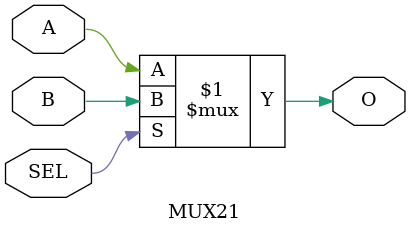
<source format=v>
module D_FLIP_FLOP(clk, din, res, out);

input clk, din, res;
output reg out;

always @(posedge clk)
    if(res)
        out = 1'b0;
    else 
        out = din;

endmodule

module MUX21(A, B, SEL, O);

input A, B, SEL;
output O;

assign O = (SEL) ? B : A;

endmodule
</source>
